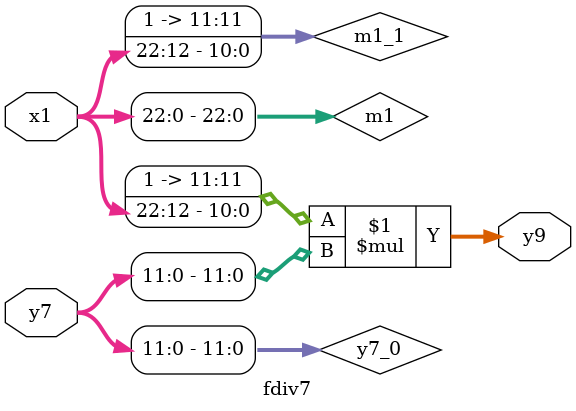
<source format=sv>
`default_nettype none

module fdiv7(
  input wire [31:0] x1,
  input wire [23:0] y7,
  output wire [23:0] y9 );

  wire [22:0] m1;
  assign m1 = x1[22:0];
  
  wire [11:0] m1_1, y7_0;
  assign m1_1 = {1'b1, m1[22:12]};
  assign y7_0 = y7[11:0];

  assign y9 = m1_1 * y7_0;

endmodule

`default_nettype wire

</source>
